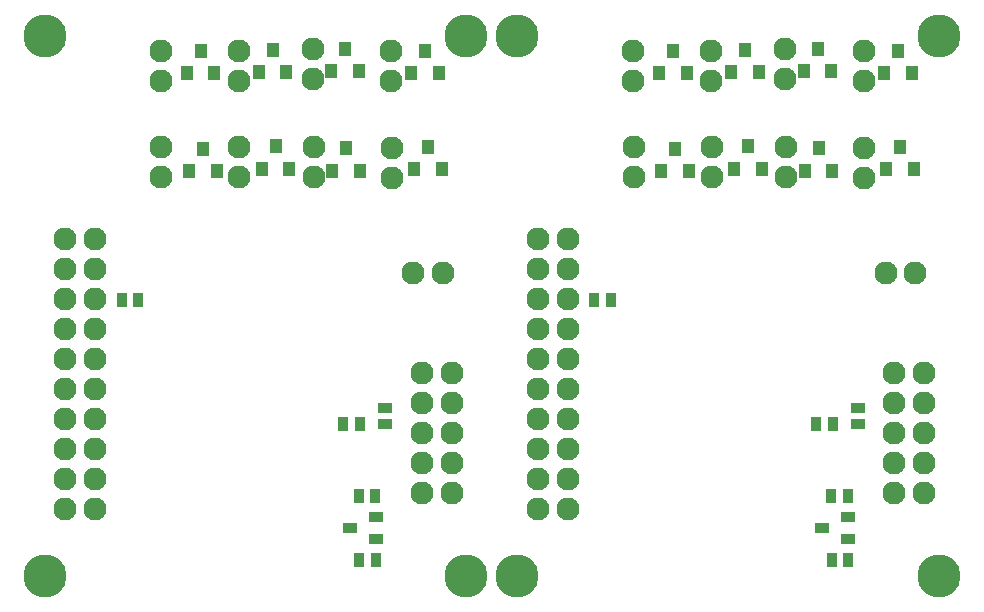
<source format=gbs>
G04 EasyPC Gerber Version 21.0.3 Build 4286 *
G04 #@! TF.Part,Single*
G04 #@! TF.FileFunction,Soldermask,Bot *
G04 #@! TF.FilePolarity,Negative *
%FSLAX45Y45*%
%MOIN*%
G04 #@! TA.AperFunction,SMDPad*
%ADD11R,0.03559X0.04937*%
%ADD112R,0.04157X0.04827*%
G04 #@! TA.AperFunction,ComponentPad*
%ADD12C,0.07693*%
G04 #@! TA.AperFunction,WasherPad*
%ADD97C,0.14386*%
G04 #@! TA.AperFunction,SMDPad*
%ADD16R,0.04937X0.03559*%
%ADD128R,0.05134X0.03559*%
X0Y0D02*
D02*
D11*
X47126Y110548D03*
X52677D03*
X121057Y69391D03*
X126185Y45372D03*
X126304Y23945D03*
X126609Y69391D03*
X131737Y45372D03*
X131855Y23945D03*
X204606Y110548D03*
X210157D03*
X278538Y69391D03*
X283666Y45372D03*
X283784Y23945D03*
X284089Y69391D03*
X289217Y45372D03*
X289335Y23945D03*
D02*
D12*
X28341Y41115D03*
Y51115D03*
Y61115D03*
Y71115D03*
Y81115D03*
Y91115D03*
Y101115D03*
Y111115D03*
Y121115D03*
Y131115D03*
X38341Y41115D03*
Y51115D03*
Y61115D03*
Y71115D03*
Y81115D03*
Y91115D03*
Y101115D03*
Y111115D03*
Y121115D03*
Y131115D03*
X60093Y183853D03*
Y193853D03*
X60388Y151602D03*
Y161602D03*
X86115Y183853D03*
Y193853D03*
X86294Y151646D03*
Y161646D03*
X110821Y184228D03*
Y194228D03*
X111215Y151521D03*
Y161521D03*
X137034Y183728D03*
Y193728D03*
X137219Y151396D03*
Y161396D03*
X144335Y119654D03*
X147138Y46287D03*
Y56287D03*
Y66287D03*
Y76287D03*
Y86287D03*
X154178Y119654D03*
X157138Y46287D03*
Y56287D03*
Y66287D03*
Y76287D03*
Y86287D03*
X185821Y41115D03*
Y51115D03*
Y61115D03*
Y71115D03*
Y81115D03*
Y91115D03*
Y101115D03*
Y111115D03*
Y121115D03*
Y131115D03*
X195821Y41115D03*
Y51115D03*
Y61115D03*
Y71115D03*
Y81115D03*
Y91115D03*
Y101115D03*
Y111115D03*
Y121115D03*
Y131115D03*
X217573Y183853D03*
Y193853D03*
X217869Y151602D03*
Y161602D03*
X243595Y183853D03*
Y193853D03*
X243774Y151646D03*
Y161646D03*
X268302Y184228D03*
Y194228D03*
X268695Y151521D03*
Y161521D03*
X294515Y183728D03*
Y193728D03*
X294699Y151396D03*
Y161396D03*
X301815Y119654D03*
X304618Y46287D03*
Y56287D03*
Y66287D03*
Y76287D03*
Y86287D03*
X311658Y119654D03*
X314618Y46287D03*
Y56287D03*
Y66287D03*
Y76287D03*
Y86287D03*
D02*
D16*
X134945Y69299D03*
Y74850D03*
X292426Y69299D03*
Y74850D03*
D02*
D97*
X21591Y18738D03*
Y198581D03*
X162081Y18738D03*
Y198581D03*
X179072Y18738D03*
Y198581D03*
X319561Y18738D03*
Y198581D03*
D02*
D112*
X68845Y186403D03*
X69570Y153696D03*
X73509Y193845D03*
X74235Y161139D03*
X78080Y186403D03*
X78806Y153696D03*
X92807Y186528D03*
X93813Y154445D03*
X97472Y193970D03*
X98478Y161887D03*
X102043Y186528D03*
X103049Y154445D03*
X117019Y186902D03*
X117316Y153821D03*
X121683Y194344D03*
X121980Y161263D03*
X126254Y186902D03*
X126551Y153821D03*
X143727Y186278D03*
X144562Y154195D03*
X148391Y193720D03*
X149227Y161638D03*
X152962Y186278D03*
X153798Y154195D03*
X226325Y186403D03*
X227050Y153696D03*
X230990Y193845D03*
X231715Y161139D03*
X235561Y186403D03*
X236286Y153696D03*
X250287Y186528D03*
X251294Y154445D03*
X254952Y193970D03*
X255958Y161887D03*
X259523Y186528D03*
X260529Y154445D03*
X274499Y186902D03*
X274796Y153821D03*
X279164Y194344D03*
X279461Y161263D03*
X283735Y186902D03*
X284031Y153821D03*
X301207Y186278D03*
X302043Y154195D03*
X305872Y193720D03*
X306707Y161638D03*
X310443Y186278D03*
X311278Y154195D03*
D02*
D128*
X123223Y34683D03*
X131884Y30904D03*
Y38463D03*
X280703Y34683D03*
X289365Y30904D03*
Y38463D03*
X0Y0D02*
M02*

</source>
